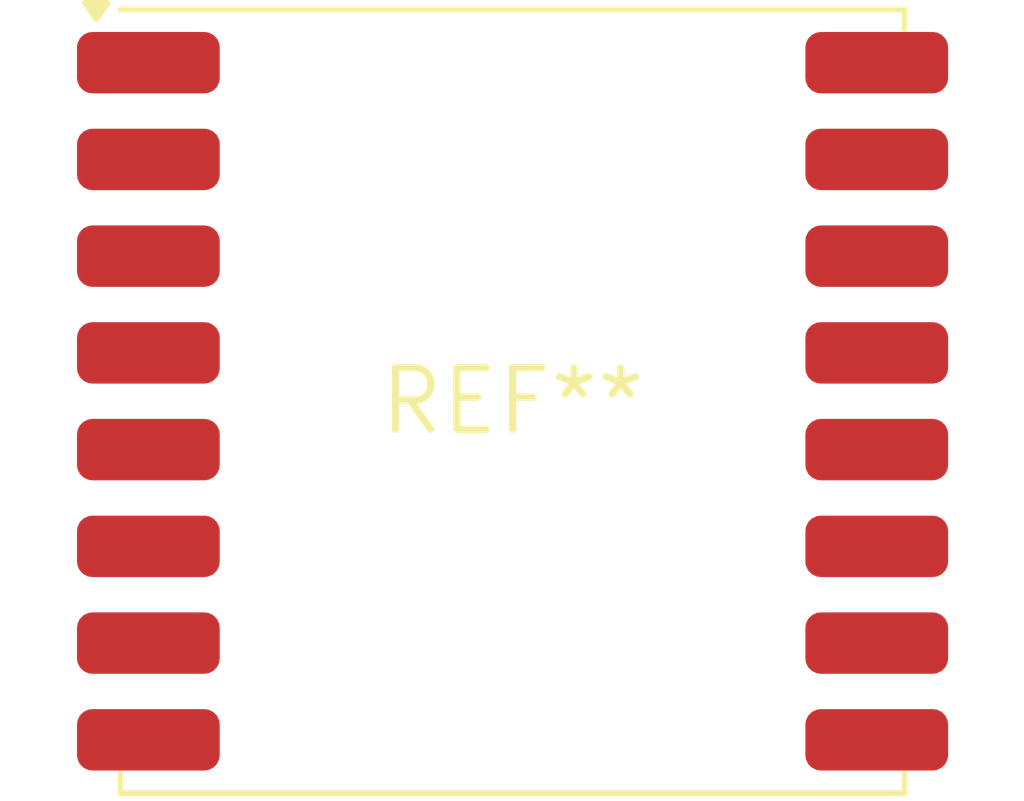
<source format=kicad_pcb>
(kicad_pcb (version 20240108) (generator pcbnew)
  (layers (0 "F.Cu" signal) (31 "B.Cu" signal) (34 "B.Paste" user) (35 "F.Paste" user) (36 "B.SilkS" user "B.Silkscreen") (37 "F.SilkS" user "F.Silkscreen") (38 "B.Mask" user) (39 "F.Mask" user) (44 "Edge.Cuts" user))
  (net 0 "")
  (footprint "HOPERF_RFM9XW_SMD" (layer "F.Cu") (at 0 0)
    (property "Reference" "REF**")
    (property "Value" "HOPERF_RFM9XW_SMD")
    (fp_line (start -8.1 -8.1) (end 8.1 -8.1) (layer "F.SilkS") (stroke (width 0.12)))
    (fp_line (start -8.1 7.7) (end -8.1 8.1) (layer "F.SilkS") (stroke (width 0.12)))
    (fp_line (start -8.1 8.1) (end 8.1 8.1) (layer "F.SilkS") (stroke (width 0.12)))
    (fp_line (start 8.1 -8.1) (end 8.1 -7.7) (layer "F.SilkS") (stroke (width 0.12)))
    (fp_line (start 8.1 8.1) (end 8.1 7.7) (layer "F.SilkS") (stroke (width 0.12)))
    (fp_poly (pts (xy -8.6 -7.9) (xy -8.84 -8.236) (xy -8.36 -8.236) (xy -8.6 -7.9)) (layer "F.SilkS") (stroke (width 0.12)) (fill solid))
    (pad "1" smd roundrect (at -7.525 -7) (size 2.95 1.27) (layers "F.Cu" "F.Paste" "F.Mask"))
    (pad "2" smd roundrect (at -7.525 -5) (size 2.95 1.27) (layers "F.Cu" "F.Paste" "F.Mask"))
    (pad "3" smd roundrect (at -7.525 -3) (size 2.95 1.27) (layers "F.Cu" "F.Paste" "F.Mask"))
    (pad "4" smd roundrect (at -7.525 -1) (size 2.95 1.27) (layers "F.Cu" "F.Paste" "F.Mask"))
    (pad "5" smd roundrect (at -7.525 1) (size 2.95 1.27) (layers "F.Cu" "F.Paste" "F.Mask"))
    (pad "6" smd roundrect (at -7.525 3) (size 2.95 1.27) (layers "F.Cu" "F.Paste" "F.Mask"))
    (pad "7" smd roundrect (at -7.525 5) (size 2.95 1.27) (layers "F.Cu" "F.Paste" "F.Mask"))
    (pad "8" smd roundrect (at -7.525 7) (size 2.95 1.27) (layers "F.Cu" "F.Paste" "F.Mask"))
    (pad "9" smd roundrect (at 7.525 7) (size 2.95 1.27) (layers "F.Cu" "F.Paste" "F.Mask"))
    (pad "10" smd roundrect (at 7.525 5) (size 2.95 1.27) (layers "F.Cu" "F.Paste" "F.Mask"))
    (pad "11" smd roundrect (at 7.525 3) (size 2.95 1.27) (layers "F.Cu" "F.Paste" "F.Mask"))
    (pad "12" smd roundrect (at 7.525 1) (size 2.95 1.27) (layers "F.Cu" "F.Paste" "F.Mask"))
    (pad "13" smd roundrect (at 7.525 -1) (size 2.95 1.27) (layers "F.Cu" "F.Paste" "F.Mask"))
    (pad "14" smd roundrect (at 7.525 -3) (size 2.95 1.27) (layers "F.Cu" "F.Paste" "F.Mask"))
    (pad "15" smd roundrect (at 7.525 -5) (size 2.95 1.27) (layers "F.Cu" "F.Paste" "F.Mask"))
    (pad "16" smd roundrect (at 7.525 -7) (size 2.95 1.27) (layers "F.Cu" "F.Paste" "F.Mask"))
  )
)
</source>
